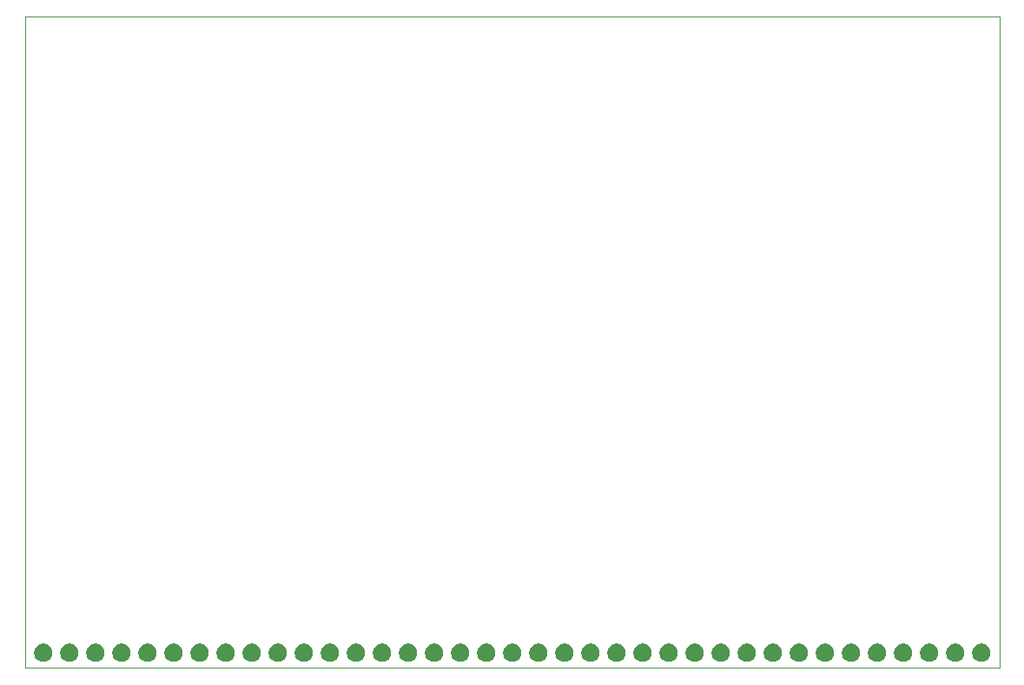
<source format=gbr>
G04 #@! TF.GenerationSoftware,KiCad,Pcbnew,(5.1.5)-3*
G04 #@! TF.CreationDate,2020-05-28T15:20:15-05:00*
G04 #@! TF.ProjectId,37P_TFT_Breakout,3337505f-5446-4545-9f42-7265616b6f75,rev?*
G04 #@! TF.SameCoordinates,Original*
G04 #@! TF.FileFunction,Soldermask,Bot*
G04 #@! TF.FilePolarity,Negative*
%FSLAX46Y46*%
G04 Gerber Fmt 4.6, Leading zero omitted, Abs format (unit mm)*
G04 Created by KiCad (PCBNEW (5.1.5)-3) date 2020-05-28 15:20:15*
%MOMM*%
%LPD*%
G04 APERTURE LIST*
G04 #@! TA.AperFunction,Profile*
%ADD10C,0.120000*%
G04 #@! TD*
%ADD11C,0.150000*%
G04 APERTURE END LIST*
D10*
X197500000Y-70000000D02*
X197500000Y-133500000D01*
X102500000Y-70000000D02*
X197500000Y-70000000D01*
X102500000Y-133500000D02*
X102500000Y-70000000D01*
X102500000Y-133500000D02*
X197500000Y-133500000D01*
D11*
G36*
X195833512Y-131103927D02*
G01*
X195982812Y-131133624D01*
X196146784Y-131201544D01*
X196294354Y-131300147D01*
X196419853Y-131425646D01*
X196518456Y-131573216D01*
X196586376Y-131737188D01*
X196621000Y-131911259D01*
X196621000Y-132088741D01*
X196586376Y-132262812D01*
X196518456Y-132426784D01*
X196419853Y-132574354D01*
X196294354Y-132699853D01*
X196146784Y-132798456D01*
X195982812Y-132866376D01*
X195833512Y-132896073D01*
X195808742Y-132901000D01*
X195631258Y-132901000D01*
X195606488Y-132896073D01*
X195457188Y-132866376D01*
X195293216Y-132798456D01*
X195145646Y-132699853D01*
X195020147Y-132574354D01*
X194921544Y-132426784D01*
X194853624Y-132262812D01*
X194819000Y-132088741D01*
X194819000Y-131911259D01*
X194853624Y-131737188D01*
X194921544Y-131573216D01*
X195020147Y-131425646D01*
X195145646Y-131300147D01*
X195293216Y-131201544D01*
X195457188Y-131133624D01*
X195606488Y-131103927D01*
X195631258Y-131099000D01*
X195808742Y-131099000D01*
X195833512Y-131103927D01*
G37*
G36*
X124713512Y-131103927D02*
G01*
X124862812Y-131133624D01*
X125026784Y-131201544D01*
X125174354Y-131300147D01*
X125299853Y-131425646D01*
X125398456Y-131573216D01*
X125466376Y-131737188D01*
X125501000Y-131911259D01*
X125501000Y-132088741D01*
X125466376Y-132262812D01*
X125398456Y-132426784D01*
X125299853Y-132574354D01*
X125174354Y-132699853D01*
X125026784Y-132798456D01*
X124862812Y-132866376D01*
X124713512Y-132896073D01*
X124688742Y-132901000D01*
X124511258Y-132901000D01*
X124486488Y-132896073D01*
X124337188Y-132866376D01*
X124173216Y-132798456D01*
X124025646Y-132699853D01*
X123900147Y-132574354D01*
X123801544Y-132426784D01*
X123733624Y-132262812D01*
X123699000Y-132088741D01*
X123699000Y-131911259D01*
X123733624Y-131737188D01*
X123801544Y-131573216D01*
X123900147Y-131425646D01*
X124025646Y-131300147D01*
X124173216Y-131201544D01*
X124337188Y-131133624D01*
X124486488Y-131103927D01*
X124511258Y-131099000D01*
X124688742Y-131099000D01*
X124713512Y-131103927D01*
G37*
G36*
X104393512Y-131103927D02*
G01*
X104542812Y-131133624D01*
X104706784Y-131201544D01*
X104854354Y-131300147D01*
X104979853Y-131425646D01*
X105078456Y-131573216D01*
X105146376Y-131737188D01*
X105181000Y-131911259D01*
X105181000Y-132088741D01*
X105146376Y-132262812D01*
X105078456Y-132426784D01*
X104979853Y-132574354D01*
X104854354Y-132699853D01*
X104706784Y-132798456D01*
X104542812Y-132866376D01*
X104393512Y-132896073D01*
X104368742Y-132901000D01*
X104191258Y-132901000D01*
X104166488Y-132896073D01*
X104017188Y-132866376D01*
X103853216Y-132798456D01*
X103705646Y-132699853D01*
X103580147Y-132574354D01*
X103481544Y-132426784D01*
X103413624Y-132262812D01*
X103379000Y-132088741D01*
X103379000Y-131911259D01*
X103413624Y-131737188D01*
X103481544Y-131573216D01*
X103580147Y-131425646D01*
X103705646Y-131300147D01*
X103853216Y-131201544D01*
X104017188Y-131133624D01*
X104166488Y-131103927D01*
X104191258Y-131099000D01*
X104368742Y-131099000D01*
X104393512Y-131103927D01*
G37*
G36*
X106933512Y-131103927D02*
G01*
X107082812Y-131133624D01*
X107246784Y-131201544D01*
X107394354Y-131300147D01*
X107519853Y-131425646D01*
X107618456Y-131573216D01*
X107686376Y-131737188D01*
X107721000Y-131911259D01*
X107721000Y-132088741D01*
X107686376Y-132262812D01*
X107618456Y-132426784D01*
X107519853Y-132574354D01*
X107394354Y-132699853D01*
X107246784Y-132798456D01*
X107082812Y-132866376D01*
X106933512Y-132896073D01*
X106908742Y-132901000D01*
X106731258Y-132901000D01*
X106706488Y-132896073D01*
X106557188Y-132866376D01*
X106393216Y-132798456D01*
X106245646Y-132699853D01*
X106120147Y-132574354D01*
X106021544Y-132426784D01*
X105953624Y-132262812D01*
X105919000Y-132088741D01*
X105919000Y-131911259D01*
X105953624Y-131737188D01*
X106021544Y-131573216D01*
X106120147Y-131425646D01*
X106245646Y-131300147D01*
X106393216Y-131201544D01*
X106557188Y-131133624D01*
X106706488Y-131103927D01*
X106731258Y-131099000D01*
X106908742Y-131099000D01*
X106933512Y-131103927D01*
G37*
G36*
X109473512Y-131103927D02*
G01*
X109622812Y-131133624D01*
X109786784Y-131201544D01*
X109934354Y-131300147D01*
X110059853Y-131425646D01*
X110158456Y-131573216D01*
X110226376Y-131737188D01*
X110261000Y-131911259D01*
X110261000Y-132088741D01*
X110226376Y-132262812D01*
X110158456Y-132426784D01*
X110059853Y-132574354D01*
X109934354Y-132699853D01*
X109786784Y-132798456D01*
X109622812Y-132866376D01*
X109473512Y-132896073D01*
X109448742Y-132901000D01*
X109271258Y-132901000D01*
X109246488Y-132896073D01*
X109097188Y-132866376D01*
X108933216Y-132798456D01*
X108785646Y-132699853D01*
X108660147Y-132574354D01*
X108561544Y-132426784D01*
X108493624Y-132262812D01*
X108459000Y-132088741D01*
X108459000Y-131911259D01*
X108493624Y-131737188D01*
X108561544Y-131573216D01*
X108660147Y-131425646D01*
X108785646Y-131300147D01*
X108933216Y-131201544D01*
X109097188Y-131133624D01*
X109246488Y-131103927D01*
X109271258Y-131099000D01*
X109448742Y-131099000D01*
X109473512Y-131103927D01*
G37*
G36*
X112013512Y-131103927D02*
G01*
X112162812Y-131133624D01*
X112326784Y-131201544D01*
X112474354Y-131300147D01*
X112599853Y-131425646D01*
X112698456Y-131573216D01*
X112766376Y-131737188D01*
X112801000Y-131911259D01*
X112801000Y-132088741D01*
X112766376Y-132262812D01*
X112698456Y-132426784D01*
X112599853Y-132574354D01*
X112474354Y-132699853D01*
X112326784Y-132798456D01*
X112162812Y-132866376D01*
X112013512Y-132896073D01*
X111988742Y-132901000D01*
X111811258Y-132901000D01*
X111786488Y-132896073D01*
X111637188Y-132866376D01*
X111473216Y-132798456D01*
X111325646Y-132699853D01*
X111200147Y-132574354D01*
X111101544Y-132426784D01*
X111033624Y-132262812D01*
X110999000Y-132088741D01*
X110999000Y-131911259D01*
X111033624Y-131737188D01*
X111101544Y-131573216D01*
X111200147Y-131425646D01*
X111325646Y-131300147D01*
X111473216Y-131201544D01*
X111637188Y-131133624D01*
X111786488Y-131103927D01*
X111811258Y-131099000D01*
X111988742Y-131099000D01*
X112013512Y-131103927D01*
G37*
G36*
X114553512Y-131103927D02*
G01*
X114702812Y-131133624D01*
X114866784Y-131201544D01*
X115014354Y-131300147D01*
X115139853Y-131425646D01*
X115238456Y-131573216D01*
X115306376Y-131737188D01*
X115341000Y-131911259D01*
X115341000Y-132088741D01*
X115306376Y-132262812D01*
X115238456Y-132426784D01*
X115139853Y-132574354D01*
X115014354Y-132699853D01*
X114866784Y-132798456D01*
X114702812Y-132866376D01*
X114553512Y-132896073D01*
X114528742Y-132901000D01*
X114351258Y-132901000D01*
X114326488Y-132896073D01*
X114177188Y-132866376D01*
X114013216Y-132798456D01*
X113865646Y-132699853D01*
X113740147Y-132574354D01*
X113641544Y-132426784D01*
X113573624Y-132262812D01*
X113539000Y-132088741D01*
X113539000Y-131911259D01*
X113573624Y-131737188D01*
X113641544Y-131573216D01*
X113740147Y-131425646D01*
X113865646Y-131300147D01*
X114013216Y-131201544D01*
X114177188Y-131133624D01*
X114326488Y-131103927D01*
X114351258Y-131099000D01*
X114528742Y-131099000D01*
X114553512Y-131103927D01*
G37*
G36*
X117093512Y-131103927D02*
G01*
X117242812Y-131133624D01*
X117406784Y-131201544D01*
X117554354Y-131300147D01*
X117679853Y-131425646D01*
X117778456Y-131573216D01*
X117846376Y-131737188D01*
X117881000Y-131911259D01*
X117881000Y-132088741D01*
X117846376Y-132262812D01*
X117778456Y-132426784D01*
X117679853Y-132574354D01*
X117554354Y-132699853D01*
X117406784Y-132798456D01*
X117242812Y-132866376D01*
X117093512Y-132896073D01*
X117068742Y-132901000D01*
X116891258Y-132901000D01*
X116866488Y-132896073D01*
X116717188Y-132866376D01*
X116553216Y-132798456D01*
X116405646Y-132699853D01*
X116280147Y-132574354D01*
X116181544Y-132426784D01*
X116113624Y-132262812D01*
X116079000Y-132088741D01*
X116079000Y-131911259D01*
X116113624Y-131737188D01*
X116181544Y-131573216D01*
X116280147Y-131425646D01*
X116405646Y-131300147D01*
X116553216Y-131201544D01*
X116717188Y-131133624D01*
X116866488Y-131103927D01*
X116891258Y-131099000D01*
X117068742Y-131099000D01*
X117093512Y-131103927D01*
G37*
G36*
X119633512Y-131103927D02*
G01*
X119782812Y-131133624D01*
X119946784Y-131201544D01*
X120094354Y-131300147D01*
X120219853Y-131425646D01*
X120318456Y-131573216D01*
X120386376Y-131737188D01*
X120421000Y-131911259D01*
X120421000Y-132088741D01*
X120386376Y-132262812D01*
X120318456Y-132426784D01*
X120219853Y-132574354D01*
X120094354Y-132699853D01*
X119946784Y-132798456D01*
X119782812Y-132866376D01*
X119633512Y-132896073D01*
X119608742Y-132901000D01*
X119431258Y-132901000D01*
X119406488Y-132896073D01*
X119257188Y-132866376D01*
X119093216Y-132798456D01*
X118945646Y-132699853D01*
X118820147Y-132574354D01*
X118721544Y-132426784D01*
X118653624Y-132262812D01*
X118619000Y-132088741D01*
X118619000Y-131911259D01*
X118653624Y-131737188D01*
X118721544Y-131573216D01*
X118820147Y-131425646D01*
X118945646Y-131300147D01*
X119093216Y-131201544D01*
X119257188Y-131133624D01*
X119406488Y-131103927D01*
X119431258Y-131099000D01*
X119608742Y-131099000D01*
X119633512Y-131103927D01*
G37*
G36*
X122173512Y-131103927D02*
G01*
X122322812Y-131133624D01*
X122486784Y-131201544D01*
X122634354Y-131300147D01*
X122759853Y-131425646D01*
X122858456Y-131573216D01*
X122926376Y-131737188D01*
X122961000Y-131911259D01*
X122961000Y-132088741D01*
X122926376Y-132262812D01*
X122858456Y-132426784D01*
X122759853Y-132574354D01*
X122634354Y-132699853D01*
X122486784Y-132798456D01*
X122322812Y-132866376D01*
X122173512Y-132896073D01*
X122148742Y-132901000D01*
X121971258Y-132901000D01*
X121946488Y-132896073D01*
X121797188Y-132866376D01*
X121633216Y-132798456D01*
X121485646Y-132699853D01*
X121360147Y-132574354D01*
X121261544Y-132426784D01*
X121193624Y-132262812D01*
X121159000Y-132088741D01*
X121159000Y-131911259D01*
X121193624Y-131737188D01*
X121261544Y-131573216D01*
X121360147Y-131425646D01*
X121485646Y-131300147D01*
X121633216Y-131201544D01*
X121797188Y-131133624D01*
X121946488Y-131103927D01*
X121971258Y-131099000D01*
X122148742Y-131099000D01*
X122173512Y-131103927D01*
G37*
G36*
X193293512Y-131103927D02*
G01*
X193442812Y-131133624D01*
X193606784Y-131201544D01*
X193754354Y-131300147D01*
X193879853Y-131425646D01*
X193978456Y-131573216D01*
X194046376Y-131737188D01*
X194081000Y-131911259D01*
X194081000Y-132088741D01*
X194046376Y-132262812D01*
X193978456Y-132426784D01*
X193879853Y-132574354D01*
X193754354Y-132699853D01*
X193606784Y-132798456D01*
X193442812Y-132866376D01*
X193293512Y-132896073D01*
X193268742Y-132901000D01*
X193091258Y-132901000D01*
X193066488Y-132896073D01*
X192917188Y-132866376D01*
X192753216Y-132798456D01*
X192605646Y-132699853D01*
X192480147Y-132574354D01*
X192381544Y-132426784D01*
X192313624Y-132262812D01*
X192279000Y-132088741D01*
X192279000Y-131911259D01*
X192313624Y-131737188D01*
X192381544Y-131573216D01*
X192480147Y-131425646D01*
X192605646Y-131300147D01*
X192753216Y-131201544D01*
X192917188Y-131133624D01*
X193066488Y-131103927D01*
X193091258Y-131099000D01*
X193268742Y-131099000D01*
X193293512Y-131103927D01*
G37*
G36*
X127253512Y-131103927D02*
G01*
X127402812Y-131133624D01*
X127566784Y-131201544D01*
X127714354Y-131300147D01*
X127839853Y-131425646D01*
X127938456Y-131573216D01*
X128006376Y-131737188D01*
X128041000Y-131911259D01*
X128041000Y-132088741D01*
X128006376Y-132262812D01*
X127938456Y-132426784D01*
X127839853Y-132574354D01*
X127714354Y-132699853D01*
X127566784Y-132798456D01*
X127402812Y-132866376D01*
X127253512Y-132896073D01*
X127228742Y-132901000D01*
X127051258Y-132901000D01*
X127026488Y-132896073D01*
X126877188Y-132866376D01*
X126713216Y-132798456D01*
X126565646Y-132699853D01*
X126440147Y-132574354D01*
X126341544Y-132426784D01*
X126273624Y-132262812D01*
X126239000Y-132088741D01*
X126239000Y-131911259D01*
X126273624Y-131737188D01*
X126341544Y-131573216D01*
X126440147Y-131425646D01*
X126565646Y-131300147D01*
X126713216Y-131201544D01*
X126877188Y-131133624D01*
X127026488Y-131103927D01*
X127051258Y-131099000D01*
X127228742Y-131099000D01*
X127253512Y-131103927D01*
G37*
G36*
X129793512Y-131103927D02*
G01*
X129942812Y-131133624D01*
X130106784Y-131201544D01*
X130254354Y-131300147D01*
X130379853Y-131425646D01*
X130478456Y-131573216D01*
X130546376Y-131737188D01*
X130581000Y-131911259D01*
X130581000Y-132088741D01*
X130546376Y-132262812D01*
X130478456Y-132426784D01*
X130379853Y-132574354D01*
X130254354Y-132699853D01*
X130106784Y-132798456D01*
X129942812Y-132866376D01*
X129793512Y-132896073D01*
X129768742Y-132901000D01*
X129591258Y-132901000D01*
X129566488Y-132896073D01*
X129417188Y-132866376D01*
X129253216Y-132798456D01*
X129105646Y-132699853D01*
X128980147Y-132574354D01*
X128881544Y-132426784D01*
X128813624Y-132262812D01*
X128779000Y-132088741D01*
X128779000Y-131911259D01*
X128813624Y-131737188D01*
X128881544Y-131573216D01*
X128980147Y-131425646D01*
X129105646Y-131300147D01*
X129253216Y-131201544D01*
X129417188Y-131133624D01*
X129566488Y-131103927D01*
X129591258Y-131099000D01*
X129768742Y-131099000D01*
X129793512Y-131103927D01*
G37*
G36*
X132333512Y-131103927D02*
G01*
X132482812Y-131133624D01*
X132646784Y-131201544D01*
X132794354Y-131300147D01*
X132919853Y-131425646D01*
X133018456Y-131573216D01*
X133086376Y-131737188D01*
X133121000Y-131911259D01*
X133121000Y-132088741D01*
X133086376Y-132262812D01*
X133018456Y-132426784D01*
X132919853Y-132574354D01*
X132794354Y-132699853D01*
X132646784Y-132798456D01*
X132482812Y-132866376D01*
X132333512Y-132896073D01*
X132308742Y-132901000D01*
X132131258Y-132901000D01*
X132106488Y-132896073D01*
X131957188Y-132866376D01*
X131793216Y-132798456D01*
X131645646Y-132699853D01*
X131520147Y-132574354D01*
X131421544Y-132426784D01*
X131353624Y-132262812D01*
X131319000Y-132088741D01*
X131319000Y-131911259D01*
X131353624Y-131737188D01*
X131421544Y-131573216D01*
X131520147Y-131425646D01*
X131645646Y-131300147D01*
X131793216Y-131201544D01*
X131957188Y-131133624D01*
X132106488Y-131103927D01*
X132131258Y-131099000D01*
X132308742Y-131099000D01*
X132333512Y-131103927D01*
G37*
G36*
X134873512Y-131103927D02*
G01*
X135022812Y-131133624D01*
X135186784Y-131201544D01*
X135334354Y-131300147D01*
X135459853Y-131425646D01*
X135558456Y-131573216D01*
X135626376Y-131737188D01*
X135661000Y-131911259D01*
X135661000Y-132088741D01*
X135626376Y-132262812D01*
X135558456Y-132426784D01*
X135459853Y-132574354D01*
X135334354Y-132699853D01*
X135186784Y-132798456D01*
X135022812Y-132866376D01*
X134873512Y-132896073D01*
X134848742Y-132901000D01*
X134671258Y-132901000D01*
X134646488Y-132896073D01*
X134497188Y-132866376D01*
X134333216Y-132798456D01*
X134185646Y-132699853D01*
X134060147Y-132574354D01*
X133961544Y-132426784D01*
X133893624Y-132262812D01*
X133859000Y-132088741D01*
X133859000Y-131911259D01*
X133893624Y-131737188D01*
X133961544Y-131573216D01*
X134060147Y-131425646D01*
X134185646Y-131300147D01*
X134333216Y-131201544D01*
X134497188Y-131133624D01*
X134646488Y-131103927D01*
X134671258Y-131099000D01*
X134848742Y-131099000D01*
X134873512Y-131103927D01*
G37*
G36*
X137413512Y-131103927D02*
G01*
X137562812Y-131133624D01*
X137726784Y-131201544D01*
X137874354Y-131300147D01*
X137999853Y-131425646D01*
X138098456Y-131573216D01*
X138166376Y-131737188D01*
X138201000Y-131911259D01*
X138201000Y-132088741D01*
X138166376Y-132262812D01*
X138098456Y-132426784D01*
X137999853Y-132574354D01*
X137874354Y-132699853D01*
X137726784Y-132798456D01*
X137562812Y-132866376D01*
X137413512Y-132896073D01*
X137388742Y-132901000D01*
X137211258Y-132901000D01*
X137186488Y-132896073D01*
X137037188Y-132866376D01*
X136873216Y-132798456D01*
X136725646Y-132699853D01*
X136600147Y-132574354D01*
X136501544Y-132426784D01*
X136433624Y-132262812D01*
X136399000Y-132088741D01*
X136399000Y-131911259D01*
X136433624Y-131737188D01*
X136501544Y-131573216D01*
X136600147Y-131425646D01*
X136725646Y-131300147D01*
X136873216Y-131201544D01*
X137037188Y-131133624D01*
X137186488Y-131103927D01*
X137211258Y-131099000D01*
X137388742Y-131099000D01*
X137413512Y-131103927D01*
G37*
G36*
X139953512Y-131103927D02*
G01*
X140102812Y-131133624D01*
X140266784Y-131201544D01*
X140414354Y-131300147D01*
X140539853Y-131425646D01*
X140638456Y-131573216D01*
X140706376Y-131737188D01*
X140741000Y-131911259D01*
X140741000Y-132088741D01*
X140706376Y-132262812D01*
X140638456Y-132426784D01*
X140539853Y-132574354D01*
X140414354Y-132699853D01*
X140266784Y-132798456D01*
X140102812Y-132866376D01*
X139953512Y-132896073D01*
X139928742Y-132901000D01*
X139751258Y-132901000D01*
X139726488Y-132896073D01*
X139577188Y-132866376D01*
X139413216Y-132798456D01*
X139265646Y-132699853D01*
X139140147Y-132574354D01*
X139041544Y-132426784D01*
X138973624Y-132262812D01*
X138939000Y-132088741D01*
X138939000Y-131911259D01*
X138973624Y-131737188D01*
X139041544Y-131573216D01*
X139140147Y-131425646D01*
X139265646Y-131300147D01*
X139413216Y-131201544D01*
X139577188Y-131133624D01*
X139726488Y-131103927D01*
X139751258Y-131099000D01*
X139928742Y-131099000D01*
X139953512Y-131103927D01*
G37*
G36*
X142493512Y-131103927D02*
G01*
X142642812Y-131133624D01*
X142806784Y-131201544D01*
X142954354Y-131300147D01*
X143079853Y-131425646D01*
X143178456Y-131573216D01*
X143246376Y-131737188D01*
X143281000Y-131911259D01*
X143281000Y-132088741D01*
X143246376Y-132262812D01*
X143178456Y-132426784D01*
X143079853Y-132574354D01*
X142954354Y-132699853D01*
X142806784Y-132798456D01*
X142642812Y-132866376D01*
X142493512Y-132896073D01*
X142468742Y-132901000D01*
X142291258Y-132901000D01*
X142266488Y-132896073D01*
X142117188Y-132866376D01*
X141953216Y-132798456D01*
X141805646Y-132699853D01*
X141680147Y-132574354D01*
X141581544Y-132426784D01*
X141513624Y-132262812D01*
X141479000Y-132088741D01*
X141479000Y-131911259D01*
X141513624Y-131737188D01*
X141581544Y-131573216D01*
X141680147Y-131425646D01*
X141805646Y-131300147D01*
X141953216Y-131201544D01*
X142117188Y-131133624D01*
X142266488Y-131103927D01*
X142291258Y-131099000D01*
X142468742Y-131099000D01*
X142493512Y-131103927D01*
G37*
G36*
X145033512Y-131103927D02*
G01*
X145182812Y-131133624D01*
X145346784Y-131201544D01*
X145494354Y-131300147D01*
X145619853Y-131425646D01*
X145718456Y-131573216D01*
X145786376Y-131737188D01*
X145821000Y-131911259D01*
X145821000Y-132088741D01*
X145786376Y-132262812D01*
X145718456Y-132426784D01*
X145619853Y-132574354D01*
X145494354Y-132699853D01*
X145346784Y-132798456D01*
X145182812Y-132866376D01*
X145033512Y-132896073D01*
X145008742Y-132901000D01*
X144831258Y-132901000D01*
X144806488Y-132896073D01*
X144657188Y-132866376D01*
X144493216Y-132798456D01*
X144345646Y-132699853D01*
X144220147Y-132574354D01*
X144121544Y-132426784D01*
X144053624Y-132262812D01*
X144019000Y-132088741D01*
X144019000Y-131911259D01*
X144053624Y-131737188D01*
X144121544Y-131573216D01*
X144220147Y-131425646D01*
X144345646Y-131300147D01*
X144493216Y-131201544D01*
X144657188Y-131133624D01*
X144806488Y-131103927D01*
X144831258Y-131099000D01*
X145008742Y-131099000D01*
X145033512Y-131103927D01*
G37*
G36*
X170433512Y-131103927D02*
G01*
X170582812Y-131133624D01*
X170746784Y-131201544D01*
X170894354Y-131300147D01*
X171019853Y-131425646D01*
X171118456Y-131573216D01*
X171186376Y-131737188D01*
X171221000Y-131911259D01*
X171221000Y-132088741D01*
X171186376Y-132262812D01*
X171118456Y-132426784D01*
X171019853Y-132574354D01*
X170894354Y-132699853D01*
X170746784Y-132798456D01*
X170582812Y-132866376D01*
X170433512Y-132896073D01*
X170408742Y-132901000D01*
X170231258Y-132901000D01*
X170206488Y-132896073D01*
X170057188Y-132866376D01*
X169893216Y-132798456D01*
X169745646Y-132699853D01*
X169620147Y-132574354D01*
X169521544Y-132426784D01*
X169453624Y-132262812D01*
X169419000Y-132088741D01*
X169419000Y-131911259D01*
X169453624Y-131737188D01*
X169521544Y-131573216D01*
X169620147Y-131425646D01*
X169745646Y-131300147D01*
X169893216Y-131201544D01*
X170057188Y-131133624D01*
X170206488Y-131103927D01*
X170231258Y-131099000D01*
X170408742Y-131099000D01*
X170433512Y-131103927D01*
G37*
G36*
X150113512Y-131103927D02*
G01*
X150262812Y-131133624D01*
X150426784Y-131201544D01*
X150574354Y-131300147D01*
X150699853Y-131425646D01*
X150798456Y-131573216D01*
X150866376Y-131737188D01*
X150901000Y-131911259D01*
X150901000Y-132088741D01*
X150866376Y-132262812D01*
X150798456Y-132426784D01*
X150699853Y-132574354D01*
X150574354Y-132699853D01*
X150426784Y-132798456D01*
X150262812Y-132866376D01*
X150113512Y-132896073D01*
X150088742Y-132901000D01*
X149911258Y-132901000D01*
X149886488Y-132896073D01*
X149737188Y-132866376D01*
X149573216Y-132798456D01*
X149425646Y-132699853D01*
X149300147Y-132574354D01*
X149201544Y-132426784D01*
X149133624Y-132262812D01*
X149099000Y-132088741D01*
X149099000Y-131911259D01*
X149133624Y-131737188D01*
X149201544Y-131573216D01*
X149300147Y-131425646D01*
X149425646Y-131300147D01*
X149573216Y-131201544D01*
X149737188Y-131133624D01*
X149886488Y-131103927D01*
X149911258Y-131099000D01*
X150088742Y-131099000D01*
X150113512Y-131103927D01*
G37*
G36*
X152653512Y-131103927D02*
G01*
X152802812Y-131133624D01*
X152966784Y-131201544D01*
X153114354Y-131300147D01*
X153239853Y-131425646D01*
X153338456Y-131573216D01*
X153406376Y-131737188D01*
X153441000Y-131911259D01*
X153441000Y-132088741D01*
X153406376Y-132262812D01*
X153338456Y-132426784D01*
X153239853Y-132574354D01*
X153114354Y-132699853D01*
X152966784Y-132798456D01*
X152802812Y-132866376D01*
X152653512Y-132896073D01*
X152628742Y-132901000D01*
X152451258Y-132901000D01*
X152426488Y-132896073D01*
X152277188Y-132866376D01*
X152113216Y-132798456D01*
X151965646Y-132699853D01*
X151840147Y-132574354D01*
X151741544Y-132426784D01*
X151673624Y-132262812D01*
X151639000Y-132088741D01*
X151639000Y-131911259D01*
X151673624Y-131737188D01*
X151741544Y-131573216D01*
X151840147Y-131425646D01*
X151965646Y-131300147D01*
X152113216Y-131201544D01*
X152277188Y-131133624D01*
X152426488Y-131103927D01*
X152451258Y-131099000D01*
X152628742Y-131099000D01*
X152653512Y-131103927D01*
G37*
G36*
X155193512Y-131103927D02*
G01*
X155342812Y-131133624D01*
X155506784Y-131201544D01*
X155654354Y-131300147D01*
X155779853Y-131425646D01*
X155878456Y-131573216D01*
X155946376Y-131737188D01*
X155981000Y-131911259D01*
X155981000Y-132088741D01*
X155946376Y-132262812D01*
X155878456Y-132426784D01*
X155779853Y-132574354D01*
X155654354Y-132699853D01*
X155506784Y-132798456D01*
X155342812Y-132866376D01*
X155193512Y-132896073D01*
X155168742Y-132901000D01*
X154991258Y-132901000D01*
X154966488Y-132896073D01*
X154817188Y-132866376D01*
X154653216Y-132798456D01*
X154505646Y-132699853D01*
X154380147Y-132574354D01*
X154281544Y-132426784D01*
X154213624Y-132262812D01*
X154179000Y-132088741D01*
X154179000Y-131911259D01*
X154213624Y-131737188D01*
X154281544Y-131573216D01*
X154380147Y-131425646D01*
X154505646Y-131300147D01*
X154653216Y-131201544D01*
X154817188Y-131133624D01*
X154966488Y-131103927D01*
X154991258Y-131099000D01*
X155168742Y-131099000D01*
X155193512Y-131103927D01*
G37*
G36*
X157733512Y-131103927D02*
G01*
X157882812Y-131133624D01*
X158046784Y-131201544D01*
X158194354Y-131300147D01*
X158319853Y-131425646D01*
X158418456Y-131573216D01*
X158486376Y-131737188D01*
X158521000Y-131911259D01*
X158521000Y-132088741D01*
X158486376Y-132262812D01*
X158418456Y-132426784D01*
X158319853Y-132574354D01*
X158194354Y-132699853D01*
X158046784Y-132798456D01*
X157882812Y-132866376D01*
X157733512Y-132896073D01*
X157708742Y-132901000D01*
X157531258Y-132901000D01*
X157506488Y-132896073D01*
X157357188Y-132866376D01*
X157193216Y-132798456D01*
X157045646Y-132699853D01*
X156920147Y-132574354D01*
X156821544Y-132426784D01*
X156753624Y-132262812D01*
X156719000Y-132088741D01*
X156719000Y-131911259D01*
X156753624Y-131737188D01*
X156821544Y-131573216D01*
X156920147Y-131425646D01*
X157045646Y-131300147D01*
X157193216Y-131201544D01*
X157357188Y-131133624D01*
X157506488Y-131103927D01*
X157531258Y-131099000D01*
X157708742Y-131099000D01*
X157733512Y-131103927D01*
G37*
G36*
X160273512Y-131103927D02*
G01*
X160422812Y-131133624D01*
X160586784Y-131201544D01*
X160734354Y-131300147D01*
X160859853Y-131425646D01*
X160958456Y-131573216D01*
X161026376Y-131737188D01*
X161061000Y-131911259D01*
X161061000Y-132088741D01*
X161026376Y-132262812D01*
X160958456Y-132426784D01*
X160859853Y-132574354D01*
X160734354Y-132699853D01*
X160586784Y-132798456D01*
X160422812Y-132866376D01*
X160273512Y-132896073D01*
X160248742Y-132901000D01*
X160071258Y-132901000D01*
X160046488Y-132896073D01*
X159897188Y-132866376D01*
X159733216Y-132798456D01*
X159585646Y-132699853D01*
X159460147Y-132574354D01*
X159361544Y-132426784D01*
X159293624Y-132262812D01*
X159259000Y-132088741D01*
X159259000Y-131911259D01*
X159293624Y-131737188D01*
X159361544Y-131573216D01*
X159460147Y-131425646D01*
X159585646Y-131300147D01*
X159733216Y-131201544D01*
X159897188Y-131133624D01*
X160046488Y-131103927D01*
X160071258Y-131099000D01*
X160248742Y-131099000D01*
X160273512Y-131103927D01*
G37*
G36*
X162813512Y-131103927D02*
G01*
X162962812Y-131133624D01*
X163126784Y-131201544D01*
X163274354Y-131300147D01*
X163399853Y-131425646D01*
X163498456Y-131573216D01*
X163566376Y-131737188D01*
X163601000Y-131911259D01*
X163601000Y-132088741D01*
X163566376Y-132262812D01*
X163498456Y-132426784D01*
X163399853Y-132574354D01*
X163274354Y-132699853D01*
X163126784Y-132798456D01*
X162962812Y-132866376D01*
X162813512Y-132896073D01*
X162788742Y-132901000D01*
X162611258Y-132901000D01*
X162586488Y-132896073D01*
X162437188Y-132866376D01*
X162273216Y-132798456D01*
X162125646Y-132699853D01*
X162000147Y-132574354D01*
X161901544Y-132426784D01*
X161833624Y-132262812D01*
X161799000Y-132088741D01*
X161799000Y-131911259D01*
X161833624Y-131737188D01*
X161901544Y-131573216D01*
X162000147Y-131425646D01*
X162125646Y-131300147D01*
X162273216Y-131201544D01*
X162437188Y-131133624D01*
X162586488Y-131103927D01*
X162611258Y-131099000D01*
X162788742Y-131099000D01*
X162813512Y-131103927D01*
G37*
G36*
X165353512Y-131103927D02*
G01*
X165502812Y-131133624D01*
X165666784Y-131201544D01*
X165814354Y-131300147D01*
X165939853Y-131425646D01*
X166038456Y-131573216D01*
X166106376Y-131737188D01*
X166141000Y-131911259D01*
X166141000Y-132088741D01*
X166106376Y-132262812D01*
X166038456Y-132426784D01*
X165939853Y-132574354D01*
X165814354Y-132699853D01*
X165666784Y-132798456D01*
X165502812Y-132866376D01*
X165353512Y-132896073D01*
X165328742Y-132901000D01*
X165151258Y-132901000D01*
X165126488Y-132896073D01*
X164977188Y-132866376D01*
X164813216Y-132798456D01*
X164665646Y-132699853D01*
X164540147Y-132574354D01*
X164441544Y-132426784D01*
X164373624Y-132262812D01*
X164339000Y-132088741D01*
X164339000Y-131911259D01*
X164373624Y-131737188D01*
X164441544Y-131573216D01*
X164540147Y-131425646D01*
X164665646Y-131300147D01*
X164813216Y-131201544D01*
X164977188Y-131133624D01*
X165126488Y-131103927D01*
X165151258Y-131099000D01*
X165328742Y-131099000D01*
X165353512Y-131103927D01*
G37*
G36*
X167893512Y-131103927D02*
G01*
X168042812Y-131133624D01*
X168206784Y-131201544D01*
X168354354Y-131300147D01*
X168479853Y-131425646D01*
X168578456Y-131573216D01*
X168646376Y-131737188D01*
X168681000Y-131911259D01*
X168681000Y-132088741D01*
X168646376Y-132262812D01*
X168578456Y-132426784D01*
X168479853Y-132574354D01*
X168354354Y-132699853D01*
X168206784Y-132798456D01*
X168042812Y-132866376D01*
X167893512Y-132896073D01*
X167868742Y-132901000D01*
X167691258Y-132901000D01*
X167666488Y-132896073D01*
X167517188Y-132866376D01*
X167353216Y-132798456D01*
X167205646Y-132699853D01*
X167080147Y-132574354D01*
X166981544Y-132426784D01*
X166913624Y-132262812D01*
X166879000Y-132088741D01*
X166879000Y-131911259D01*
X166913624Y-131737188D01*
X166981544Y-131573216D01*
X167080147Y-131425646D01*
X167205646Y-131300147D01*
X167353216Y-131201544D01*
X167517188Y-131133624D01*
X167666488Y-131103927D01*
X167691258Y-131099000D01*
X167868742Y-131099000D01*
X167893512Y-131103927D01*
G37*
G36*
X172973512Y-131103927D02*
G01*
X173122812Y-131133624D01*
X173286784Y-131201544D01*
X173434354Y-131300147D01*
X173559853Y-131425646D01*
X173658456Y-131573216D01*
X173726376Y-131737188D01*
X173761000Y-131911259D01*
X173761000Y-132088741D01*
X173726376Y-132262812D01*
X173658456Y-132426784D01*
X173559853Y-132574354D01*
X173434354Y-132699853D01*
X173286784Y-132798456D01*
X173122812Y-132866376D01*
X172973512Y-132896073D01*
X172948742Y-132901000D01*
X172771258Y-132901000D01*
X172746488Y-132896073D01*
X172597188Y-132866376D01*
X172433216Y-132798456D01*
X172285646Y-132699853D01*
X172160147Y-132574354D01*
X172061544Y-132426784D01*
X171993624Y-132262812D01*
X171959000Y-132088741D01*
X171959000Y-131911259D01*
X171993624Y-131737188D01*
X172061544Y-131573216D01*
X172160147Y-131425646D01*
X172285646Y-131300147D01*
X172433216Y-131201544D01*
X172597188Y-131133624D01*
X172746488Y-131103927D01*
X172771258Y-131099000D01*
X172948742Y-131099000D01*
X172973512Y-131103927D01*
G37*
G36*
X147573512Y-131103927D02*
G01*
X147722812Y-131133624D01*
X147886784Y-131201544D01*
X148034354Y-131300147D01*
X148159853Y-131425646D01*
X148258456Y-131573216D01*
X148326376Y-131737188D01*
X148361000Y-131911259D01*
X148361000Y-132088741D01*
X148326376Y-132262812D01*
X148258456Y-132426784D01*
X148159853Y-132574354D01*
X148034354Y-132699853D01*
X147886784Y-132798456D01*
X147722812Y-132866376D01*
X147573512Y-132896073D01*
X147548742Y-132901000D01*
X147371258Y-132901000D01*
X147346488Y-132896073D01*
X147197188Y-132866376D01*
X147033216Y-132798456D01*
X146885646Y-132699853D01*
X146760147Y-132574354D01*
X146661544Y-132426784D01*
X146593624Y-132262812D01*
X146559000Y-132088741D01*
X146559000Y-131911259D01*
X146593624Y-131737188D01*
X146661544Y-131573216D01*
X146760147Y-131425646D01*
X146885646Y-131300147D01*
X147033216Y-131201544D01*
X147197188Y-131133624D01*
X147346488Y-131103927D01*
X147371258Y-131099000D01*
X147548742Y-131099000D01*
X147573512Y-131103927D01*
G37*
G36*
X175513512Y-131103927D02*
G01*
X175662812Y-131133624D01*
X175826784Y-131201544D01*
X175974354Y-131300147D01*
X176099853Y-131425646D01*
X176198456Y-131573216D01*
X176266376Y-131737188D01*
X176301000Y-131911259D01*
X176301000Y-132088741D01*
X176266376Y-132262812D01*
X176198456Y-132426784D01*
X176099853Y-132574354D01*
X175974354Y-132699853D01*
X175826784Y-132798456D01*
X175662812Y-132866376D01*
X175513512Y-132896073D01*
X175488742Y-132901000D01*
X175311258Y-132901000D01*
X175286488Y-132896073D01*
X175137188Y-132866376D01*
X174973216Y-132798456D01*
X174825646Y-132699853D01*
X174700147Y-132574354D01*
X174601544Y-132426784D01*
X174533624Y-132262812D01*
X174499000Y-132088741D01*
X174499000Y-131911259D01*
X174533624Y-131737188D01*
X174601544Y-131573216D01*
X174700147Y-131425646D01*
X174825646Y-131300147D01*
X174973216Y-131201544D01*
X175137188Y-131133624D01*
X175286488Y-131103927D01*
X175311258Y-131099000D01*
X175488742Y-131099000D01*
X175513512Y-131103927D01*
G37*
G36*
X178053512Y-131103927D02*
G01*
X178202812Y-131133624D01*
X178366784Y-131201544D01*
X178514354Y-131300147D01*
X178639853Y-131425646D01*
X178738456Y-131573216D01*
X178806376Y-131737188D01*
X178841000Y-131911259D01*
X178841000Y-132088741D01*
X178806376Y-132262812D01*
X178738456Y-132426784D01*
X178639853Y-132574354D01*
X178514354Y-132699853D01*
X178366784Y-132798456D01*
X178202812Y-132866376D01*
X178053512Y-132896073D01*
X178028742Y-132901000D01*
X177851258Y-132901000D01*
X177826488Y-132896073D01*
X177677188Y-132866376D01*
X177513216Y-132798456D01*
X177365646Y-132699853D01*
X177240147Y-132574354D01*
X177141544Y-132426784D01*
X177073624Y-132262812D01*
X177039000Y-132088741D01*
X177039000Y-131911259D01*
X177073624Y-131737188D01*
X177141544Y-131573216D01*
X177240147Y-131425646D01*
X177365646Y-131300147D01*
X177513216Y-131201544D01*
X177677188Y-131133624D01*
X177826488Y-131103927D01*
X177851258Y-131099000D01*
X178028742Y-131099000D01*
X178053512Y-131103927D01*
G37*
G36*
X180593512Y-131103927D02*
G01*
X180742812Y-131133624D01*
X180906784Y-131201544D01*
X181054354Y-131300147D01*
X181179853Y-131425646D01*
X181278456Y-131573216D01*
X181346376Y-131737188D01*
X181381000Y-131911259D01*
X181381000Y-132088741D01*
X181346376Y-132262812D01*
X181278456Y-132426784D01*
X181179853Y-132574354D01*
X181054354Y-132699853D01*
X180906784Y-132798456D01*
X180742812Y-132866376D01*
X180593512Y-132896073D01*
X180568742Y-132901000D01*
X180391258Y-132901000D01*
X180366488Y-132896073D01*
X180217188Y-132866376D01*
X180053216Y-132798456D01*
X179905646Y-132699853D01*
X179780147Y-132574354D01*
X179681544Y-132426784D01*
X179613624Y-132262812D01*
X179579000Y-132088741D01*
X179579000Y-131911259D01*
X179613624Y-131737188D01*
X179681544Y-131573216D01*
X179780147Y-131425646D01*
X179905646Y-131300147D01*
X180053216Y-131201544D01*
X180217188Y-131133624D01*
X180366488Y-131103927D01*
X180391258Y-131099000D01*
X180568742Y-131099000D01*
X180593512Y-131103927D01*
G37*
G36*
X183133512Y-131103927D02*
G01*
X183282812Y-131133624D01*
X183446784Y-131201544D01*
X183594354Y-131300147D01*
X183719853Y-131425646D01*
X183818456Y-131573216D01*
X183886376Y-131737188D01*
X183921000Y-131911259D01*
X183921000Y-132088741D01*
X183886376Y-132262812D01*
X183818456Y-132426784D01*
X183719853Y-132574354D01*
X183594354Y-132699853D01*
X183446784Y-132798456D01*
X183282812Y-132866376D01*
X183133512Y-132896073D01*
X183108742Y-132901000D01*
X182931258Y-132901000D01*
X182906488Y-132896073D01*
X182757188Y-132866376D01*
X182593216Y-132798456D01*
X182445646Y-132699853D01*
X182320147Y-132574354D01*
X182221544Y-132426784D01*
X182153624Y-132262812D01*
X182119000Y-132088741D01*
X182119000Y-131911259D01*
X182153624Y-131737188D01*
X182221544Y-131573216D01*
X182320147Y-131425646D01*
X182445646Y-131300147D01*
X182593216Y-131201544D01*
X182757188Y-131133624D01*
X182906488Y-131103927D01*
X182931258Y-131099000D01*
X183108742Y-131099000D01*
X183133512Y-131103927D01*
G37*
G36*
X185673512Y-131103927D02*
G01*
X185822812Y-131133624D01*
X185986784Y-131201544D01*
X186134354Y-131300147D01*
X186259853Y-131425646D01*
X186358456Y-131573216D01*
X186426376Y-131737188D01*
X186461000Y-131911259D01*
X186461000Y-132088741D01*
X186426376Y-132262812D01*
X186358456Y-132426784D01*
X186259853Y-132574354D01*
X186134354Y-132699853D01*
X185986784Y-132798456D01*
X185822812Y-132866376D01*
X185673512Y-132896073D01*
X185648742Y-132901000D01*
X185471258Y-132901000D01*
X185446488Y-132896073D01*
X185297188Y-132866376D01*
X185133216Y-132798456D01*
X184985646Y-132699853D01*
X184860147Y-132574354D01*
X184761544Y-132426784D01*
X184693624Y-132262812D01*
X184659000Y-132088741D01*
X184659000Y-131911259D01*
X184693624Y-131737188D01*
X184761544Y-131573216D01*
X184860147Y-131425646D01*
X184985646Y-131300147D01*
X185133216Y-131201544D01*
X185297188Y-131133624D01*
X185446488Y-131103927D01*
X185471258Y-131099000D01*
X185648742Y-131099000D01*
X185673512Y-131103927D01*
G37*
G36*
X188213512Y-131103927D02*
G01*
X188362812Y-131133624D01*
X188526784Y-131201544D01*
X188674354Y-131300147D01*
X188799853Y-131425646D01*
X188898456Y-131573216D01*
X188966376Y-131737188D01*
X189001000Y-131911259D01*
X189001000Y-132088741D01*
X188966376Y-132262812D01*
X188898456Y-132426784D01*
X188799853Y-132574354D01*
X188674354Y-132699853D01*
X188526784Y-132798456D01*
X188362812Y-132866376D01*
X188213512Y-132896073D01*
X188188742Y-132901000D01*
X188011258Y-132901000D01*
X187986488Y-132896073D01*
X187837188Y-132866376D01*
X187673216Y-132798456D01*
X187525646Y-132699853D01*
X187400147Y-132574354D01*
X187301544Y-132426784D01*
X187233624Y-132262812D01*
X187199000Y-132088741D01*
X187199000Y-131911259D01*
X187233624Y-131737188D01*
X187301544Y-131573216D01*
X187400147Y-131425646D01*
X187525646Y-131300147D01*
X187673216Y-131201544D01*
X187837188Y-131133624D01*
X187986488Y-131103927D01*
X188011258Y-131099000D01*
X188188742Y-131099000D01*
X188213512Y-131103927D01*
G37*
G36*
X190753512Y-131103927D02*
G01*
X190902812Y-131133624D01*
X191066784Y-131201544D01*
X191214354Y-131300147D01*
X191339853Y-131425646D01*
X191438456Y-131573216D01*
X191506376Y-131737188D01*
X191541000Y-131911259D01*
X191541000Y-132088741D01*
X191506376Y-132262812D01*
X191438456Y-132426784D01*
X191339853Y-132574354D01*
X191214354Y-132699853D01*
X191066784Y-132798456D01*
X190902812Y-132866376D01*
X190753512Y-132896073D01*
X190728742Y-132901000D01*
X190551258Y-132901000D01*
X190526488Y-132896073D01*
X190377188Y-132866376D01*
X190213216Y-132798456D01*
X190065646Y-132699853D01*
X189940147Y-132574354D01*
X189841544Y-132426784D01*
X189773624Y-132262812D01*
X189739000Y-132088741D01*
X189739000Y-131911259D01*
X189773624Y-131737188D01*
X189841544Y-131573216D01*
X189940147Y-131425646D01*
X190065646Y-131300147D01*
X190213216Y-131201544D01*
X190377188Y-131133624D01*
X190526488Y-131103927D01*
X190551258Y-131099000D01*
X190728742Y-131099000D01*
X190753512Y-131103927D01*
G37*
M02*

</source>
